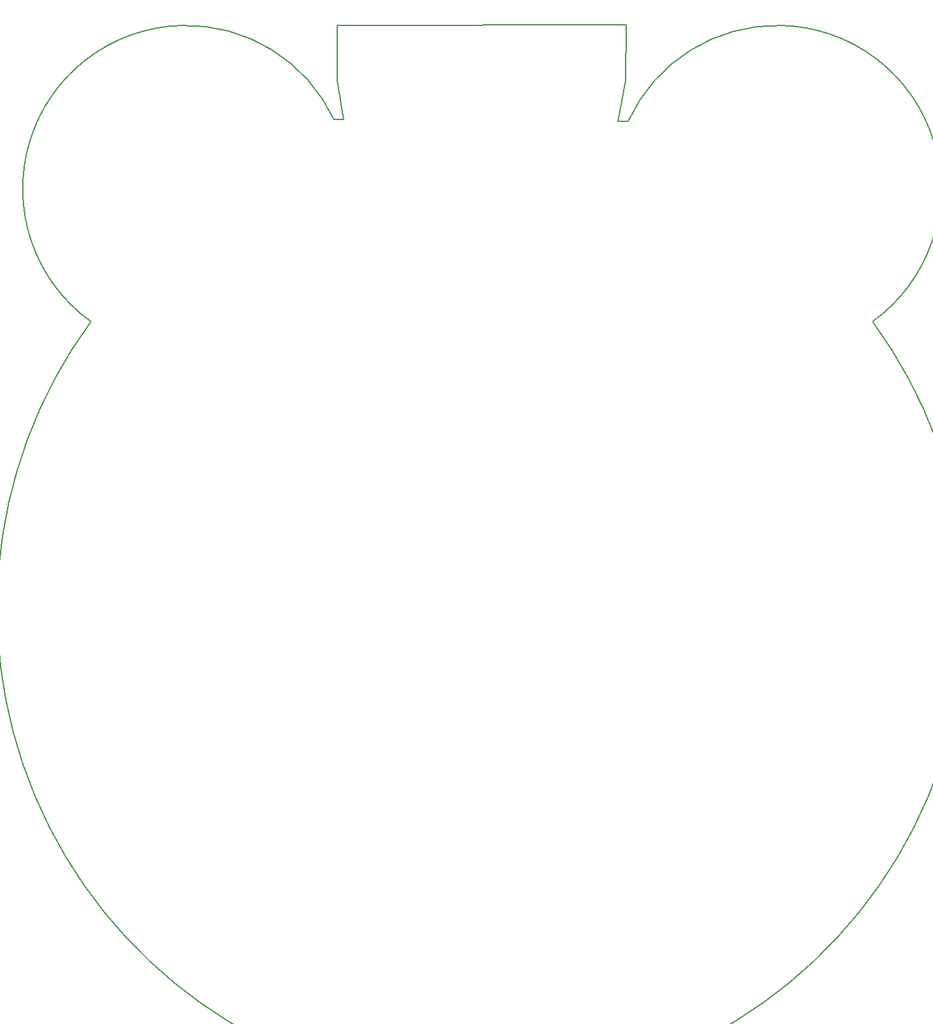
<source format=gm1>
G04 #@! TF.FileFunction,Profile,NP*
%FSLAX46Y46*%
G04 Gerber Fmt 4.6, Leading zero omitted, Abs format (unit mm)*
G04 Created by KiCad (PCBNEW 4.0.6+dfsg1-1) date Wed Jun  6 23:31:45 2018*
%MOMM*%
%LPD*%
G01*
G04 APERTURE LIST*
%ADD10C,0.100000*%
%ADD11C,0.150000*%
G04 APERTURE END LIST*
D10*
D11*
X193300000Y-68000000D02*
X194320000Y-62590000D01*
X194320000Y-62590000D02*
X194330000Y-55180000D01*
X155810000Y-62600000D02*
X155800000Y-55190000D01*
X156700000Y-67800000D02*
X155810000Y-62600000D01*
X194631342Y-68000610D02*
G75*
G02X215070000Y-55240000I19817098J-8992434D01*
G01*
X194630000Y-68000000D02*
X193300000Y-68000000D01*
X155414576Y-67803205D02*
G75*
G03X135050000Y-55240000I-19733016J-9199839D01*
G01*
X155800000Y-55190000D02*
X194330000Y-55180000D01*
X155410000Y-67800000D02*
X156700000Y-67800000D01*
X215069819Y-55237122D02*
G75*
G02X227200000Y-94700000I-551379J-21765223D01*
G01*
X135049980Y-55239302D02*
G75*
G03X123000000Y-94700000I631580J-21763043D01*
G01*
X123000000Y-94700000D02*
G75*
G03X227200000Y-94700000I52100000J-38200000D01*
G01*
M02*

</source>
